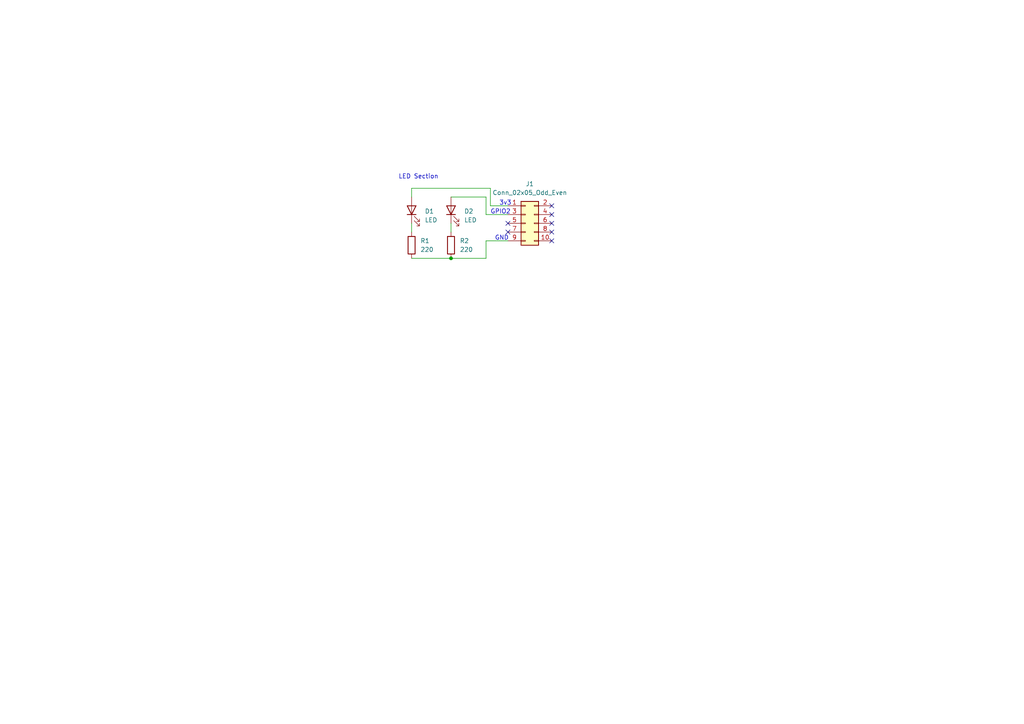
<source format=kicad_sch>
(kicad_sch (version 20211123) (generator eeschema)
  (paper "A4")
  (title_block (title "PI_LED_BOARD") (date "2022-06-12") (rev "A"))
  (lib_symbols
    (symbol "Connector_Generic:Conn_02x05_Odd_Even" (pin_names (offset 1.016) hide)
      (property "Reference" "J" (at 1.27 7.62 0))
      (property "Value" "Conn_02x05_Odd_Even" (at 1.27 -7.62 0))
      (symbol "Conn_02x05_Odd_Even_1_1"
        (rectangle (start -1.27 -4.953) (end 0 -5.207) (stroke (width 0.1524)))
        (rectangle (start -1.27 -2.413) (end 0 -2.667) (stroke (width 0.1524)))
        (rectangle (start -1.27 0.127) (end 0 -0.127) (stroke (width 0.1524)))
        (rectangle (start -1.27 2.667) (end 0 2.413) (stroke (width 0.1524)))
        (rectangle (start -1.27 5.207) (end 0 4.953) (stroke (width 0.1524)))
        (rectangle (start -1.27 6.35) (end 3.81 -6.35) (stroke (width 0.254)) (fill (type background)))
        (rectangle (start 3.81 -4.953) (end 2.54 -5.207) (stroke (width 0.1524)))
        (rectangle (start 3.81 -2.413) (end 2.54 -2.667) (stroke (width 0.1524)))
        (rectangle (start 3.81 0.127) (end 2.54 -0.127) (stroke (width 0.1524)))
        (rectangle (start 3.81 2.667) (end 2.54 2.413) (stroke (width 0.1524)))
        (rectangle (start 3.81 5.207) (end 2.54 4.953) (stroke (width 0.1524)))
        (pin passive line (at -5.08 5.08 0) (length 3.81) (name "Pin_1") (number "1"))
        (pin passive line (at 7.62 -5.08 180) (length 3.81) (name "Pin_10") (number "10"))
        (pin passive line (at 7.62 5.08 180) (length 3.81) (name "Pin_2") (number "2"))
        (pin passive line (at -5.08 2.54 0) (length 3.81) (name "Pin_3") (number "3"))
        (pin passive line (at 7.62 2.54 180) (length 3.81) (name "Pin_4") (number "4"))
        (pin passive line (at -5.08 0 0) (length 3.81) (name "Pin_5") (number "5"))
        (pin passive line (at 7.62 0 180) (length 3.81) (name "Pin_6") (number "6"))
        (pin passive line (at -5.08 -2.54 0) (length 3.81) (name "Pin_7") (number "7"))
        (pin passive line (at 7.62 -2.54 180) (length 3.81) (name "Pin_8") (number "8"))
        (pin passive line (at -5.08 -5.08 0) (length 3.81) (name "Pin_9") (number "9"))
      )
    )
    (symbol "Device:LED" (pin_numbers hide) (pin_names (offset 1.016) hide)
      (property "Reference" "D" (at 0 2.54 0))
      (property "Value" "LED" (at 0 -2.54 0))
      (symbol "LED_0_1"
        (polyline (pts (xy -1.27 -1.27) (xy -1.27 1.27)) (stroke (width 0.254)))
        (polyline (pts (xy -1.27 0) (xy 1.27 0)))
        (polyline (pts (xy 1.27 -1.27) (xy 1.27 1.27) (xy -1.27 0) (xy 1.27 -1.27)) (stroke (width 0.254)))
        (polyline (pts (xy -3.048 -0.762) (xy -4.572 -2.286) (xy -3.81 -2.286) (xy -4.572 -2.286) (xy -4.572 -1.524)))
        (polyline (pts (xy -1.778 -0.762) (xy -3.302 -2.286) (xy -2.54 -2.286) (xy -3.302 -2.286) (xy -3.302 -1.524)))
      )
      (symbol "LED_1_1"
        (pin passive line (at -3.81 0 0) (length 2.54) (name "K") (number "1"))
        (pin passive line (at 3.81 0 180) (length 2.54) (name "A") (number "2"))
      )
    )
    (symbol "Device:R" (pin_numbers hide) (pin_names (offset 0))
      (property "Reference" "R" (at 2.032 0 90))
      (property "Value" "R" (at 0 0 90))
      (symbol "R_0_1"
        (rectangle (start -1.016 -2.54) (end 1.016 2.54) (stroke (width 0.254)))
      )
      (symbol "R_1_1"
        (pin passive line (at 0 3.81 270) (length 1.27) (name "~") (number "1"))
        (pin passive line (at 0 -3.81 90) (length 1.27) (name "~") (number "2"))
      )
    )
  )
  (junction (at 130.81 74.93))
  (no_connect (at 147.32 67.31))
  (no_connect (at 160.02 67.31))
  (no_connect (at 160.02 69.85))
  (no_connect (at 160.02 64.77))
  (no_connect (at 160.02 62.23))
  (no_connect (at 160.02 59.69))
  (no_connect (at 147.32 64.77))
  (wire (pts (xy 140.97 69.85) (xy 147.32 69.85)))
  (wire (pts (xy 142.24 59.69) (xy 147.32 59.69)))
  (wire (pts (xy 130.81 64.77) (xy 130.81 67.31)))
  (wire (pts (xy 140.97 57.15) (xy 140.97 62.23)))
  (wire (pts (xy 140.97 69.85) (xy 140.97 74.93)))
  (wire (pts (xy 130.81 57.15) (xy 140.97 57.15)))
  (wire (pts (xy 119.38 74.93) (xy 130.81 74.93)))
  (wire (pts (xy 140.97 62.23) (xy 147.32 62.23)))
  (wire (pts (xy 142.24 54.61) (xy 142.24 59.69)))
  (wire (pts (xy 130.81 74.93) (xy 140.97 74.93)))
  (wire (pts (xy 119.38 64.77) (xy 119.38 67.31)))
  (wire (pts (xy 119.38 54.61) (xy 142.24 54.61)))
  (wire (pts (xy 119.38 57.15) (xy 119.38 54.61)))
  (text "LED Section" (at 115.57 52.07 0) (effects (font (size 1.27 1.27)) (justify left bottom)))
  (text "3v3\n" (at 144.78 59.69 0) (effects (font (size 1.27 1.27)) (justify left bottom)))
  (text "GPIO2" (at 142.24 62.23 0) (effects (font (size 1.27 1.27)) (justify left bottom)))
  (text "GND\n" (at 143.51 69.85 0) (effects (font (size 1.27 1.27)) (justify left bottom)))
  (symbol (lib_id "Device:R") (at 130.81 71.12 0) (unit 1)
    (property "Reference" "R2" (at 133.35 69.8499 0) (effects (justify left)))
    (property "Value" "220" (at 133.35 72.3899 0) (effects (justify left)))
    (property "Footprint" "Resistor_SMD:R_1206_3216Metric_Pad1.30x1.75mm_HandSolder" (effects hide))
  )
  (symbol (lib_id "Device:LED") (at 130.81 60.96 90) (unit 1)
    (property "Reference" "D2" (at 134.62 61.2774 90) (effects (justify right)))
    (property "Value" "LED" (at 134.62 63.8174 90) (effects (justify right)))
    (property "Footprint" "LED_SMD:LED_1206_3216Metric_Pad1.42x1.75mm_HandSolder" (effects hide))
  )
  (symbol (lib_id "Device:LED") (at 119.38 60.96 90) (unit 1)
    (property "Reference" "D1" (at 123.19 61.2774 90) (effects (justify right)))
    (property "Value" "LED" (at 123.19 63.8174 90) (effects (justify right)))
    (property "Footprint" "LED_SMD:LED_1206_3216Metric_Pad1.42x1.75mm_HandSolder" (effects hide))
  )
  (symbol (lib_id "Device:R") (at 119.38 71.12 0) (unit 1)
    (property "Reference" "R1" (at 121.92 69.8499 0) (effects (justify left)))
    (property "Value" "220" (at 121.92 72.3899 0) (effects (justify left)))
    (property "Footprint" "Resistor_SMD:R_1206_3216Metric_Pad1.30x1.75mm_HandSolder" (effects hide))
  )
  (symbol (lib_id "Connector_Generic:Conn_02x05_Odd_Even") (at 152.4 64.77 0) (unit 1)
    (property "Reference" "J1" (at 153.67 53.34 0))
    (property "Value" "Conn_02x05_Odd_Even" (at 153.67 55.88 0))
    (property "Footprint" "Connector_PinHeader_2.54mm:PinHeader_2x05_P2.54mm_Vertical" (effects hide))
  )
)
</source>
